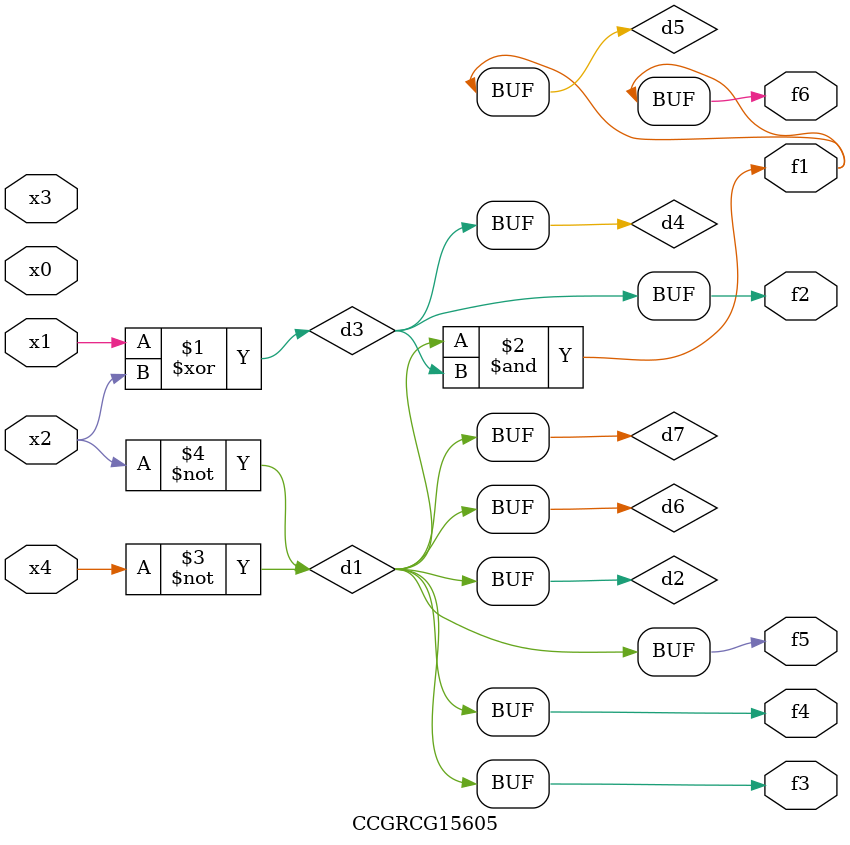
<source format=v>
module CCGRCG15605(
	input x0, x1, x2, x3, x4,
	output f1, f2, f3, f4, f5, f6
);

	wire d1, d2, d3, d4, d5, d6, d7;

	not (d1, x4);
	not (d2, x2);
	xor (d3, x1, x2);
	buf (d4, d3);
	and (d5, d1, d3);
	buf (d6, d1, d2);
	buf (d7, d2);
	assign f1 = d5;
	assign f2 = d4;
	assign f3 = d7;
	assign f4 = d7;
	assign f5 = d7;
	assign f6 = d5;
endmodule

</source>
